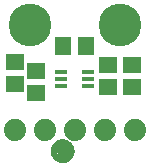
<source format=gbr>
G04 EAGLE Gerber RS-274X export*
G75*
%MOMM*%
%FSLAX34Y34*%
%LPD*%
%INSoldermask Top*%
%IPPOS*%
%AMOC8*
5,1,8,0,0,1.08239X$1,22.5*%
G01*
%ADD10R,1.101600X0.451600*%
%ADD11R,1.401600X1.601600*%
%ADD12R,1.601600X1.401600*%
%ADD13C,1.101600*%
%ADD14C,0.500000*%
%ADD15C,3.617600*%
%ADD16C,1.879600*%


D10*
X52250Y68580D03*
X74750Y68580D03*
X52250Y74580D03*
X52250Y62580D03*
X74750Y62580D03*
X74750Y74580D03*
D11*
X73000Y96520D03*
X54000Y96520D03*
D12*
X91440Y61620D03*
X91440Y80620D03*
X30480Y75540D03*
X30480Y56540D03*
X111760Y80620D03*
X111760Y61620D03*
X12700Y83160D03*
X12700Y64160D03*
D13*
X53340Y7620D03*
D14*
X53340Y15120D02*
X53159Y15118D01*
X52978Y15111D01*
X52797Y15100D01*
X52616Y15085D01*
X52436Y15065D01*
X52256Y15041D01*
X52077Y15013D01*
X51899Y14980D01*
X51722Y14943D01*
X51545Y14902D01*
X51370Y14857D01*
X51195Y14807D01*
X51022Y14753D01*
X50851Y14695D01*
X50680Y14633D01*
X50512Y14566D01*
X50345Y14496D01*
X50179Y14422D01*
X50016Y14343D01*
X49855Y14261D01*
X49695Y14175D01*
X49538Y14085D01*
X49383Y13991D01*
X49230Y13894D01*
X49080Y13792D01*
X48932Y13688D01*
X48786Y13579D01*
X48644Y13468D01*
X48504Y13352D01*
X48367Y13234D01*
X48232Y13112D01*
X48101Y12987D01*
X47973Y12859D01*
X47848Y12728D01*
X47726Y12593D01*
X47608Y12456D01*
X47492Y12316D01*
X47381Y12174D01*
X47272Y12028D01*
X47168Y11880D01*
X47066Y11730D01*
X46969Y11577D01*
X46875Y11422D01*
X46785Y11265D01*
X46699Y11105D01*
X46617Y10944D01*
X46538Y10781D01*
X46464Y10615D01*
X46394Y10448D01*
X46327Y10280D01*
X46265Y10109D01*
X46207Y9938D01*
X46153Y9765D01*
X46103Y9590D01*
X46058Y9415D01*
X46017Y9238D01*
X45980Y9061D01*
X45947Y8883D01*
X45919Y8704D01*
X45895Y8524D01*
X45875Y8344D01*
X45860Y8163D01*
X45849Y7982D01*
X45842Y7801D01*
X45840Y7620D01*
X53340Y15120D02*
X53521Y15118D01*
X53702Y15111D01*
X53883Y15100D01*
X54064Y15085D01*
X54244Y15065D01*
X54424Y15041D01*
X54603Y15013D01*
X54781Y14980D01*
X54958Y14943D01*
X55135Y14902D01*
X55310Y14857D01*
X55485Y14807D01*
X55658Y14753D01*
X55829Y14695D01*
X56000Y14633D01*
X56168Y14566D01*
X56335Y14496D01*
X56501Y14422D01*
X56664Y14343D01*
X56825Y14261D01*
X56985Y14175D01*
X57142Y14085D01*
X57297Y13991D01*
X57450Y13894D01*
X57600Y13792D01*
X57748Y13688D01*
X57894Y13579D01*
X58036Y13468D01*
X58176Y13352D01*
X58313Y13234D01*
X58448Y13112D01*
X58579Y12987D01*
X58707Y12859D01*
X58832Y12728D01*
X58954Y12593D01*
X59072Y12456D01*
X59188Y12316D01*
X59299Y12174D01*
X59408Y12028D01*
X59512Y11880D01*
X59614Y11730D01*
X59711Y11577D01*
X59805Y11422D01*
X59895Y11265D01*
X59981Y11105D01*
X60063Y10944D01*
X60142Y10781D01*
X60216Y10615D01*
X60286Y10448D01*
X60353Y10280D01*
X60415Y10109D01*
X60473Y9938D01*
X60527Y9765D01*
X60577Y9590D01*
X60622Y9415D01*
X60663Y9238D01*
X60700Y9061D01*
X60733Y8883D01*
X60761Y8704D01*
X60785Y8524D01*
X60805Y8344D01*
X60820Y8163D01*
X60831Y7982D01*
X60838Y7801D01*
X60840Y7620D01*
X60838Y7439D01*
X60831Y7258D01*
X60820Y7077D01*
X60805Y6896D01*
X60785Y6716D01*
X60761Y6536D01*
X60733Y6357D01*
X60700Y6179D01*
X60663Y6002D01*
X60622Y5825D01*
X60577Y5650D01*
X60527Y5475D01*
X60473Y5302D01*
X60415Y5131D01*
X60353Y4960D01*
X60286Y4792D01*
X60216Y4625D01*
X60142Y4459D01*
X60063Y4296D01*
X59981Y4135D01*
X59895Y3975D01*
X59805Y3818D01*
X59711Y3663D01*
X59614Y3510D01*
X59512Y3360D01*
X59408Y3212D01*
X59299Y3066D01*
X59188Y2924D01*
X59072Y2784D01*
X58954Y2647D01*
X58832Y2512D01*
X58707Y2381D01*
X58579Y2253D01*
X58448Y2128D01*
X58313Y2006D01*
X58176Y1888D01*
X58036Y1772D01*
X57894Y1661D01*
X57748Y1552D01*
X57600Y1448D01*
X57450Y1346D01*
X57297Y1249D01*
X57142Y1155D01*
X56985Y1065D01*
X56825Y979D01*
X56664Y897D01*
X56501Y818D01*
X56335Y744D01*
X56168Y674D01*
X56000Y607D01*
X55829Y545D01*
X55658Y487D01*
X55485Y433D01*
X55310Y383D01*
X55135Y338D01*
X54958Y297D01*
X54781Y260D01*
X54603Y227D01*
X54424Y199D01*
X54244Y175D01*
X54064Y155D01*
X53883Y140D01*
X53702Y129D01*
X53521Y122D01*
X53340Y120D01*
X53159Y122D01*
X52978Y129D01*
X52797Y140D01*
X52616Y155D01*
X52436Y175D01*
X52256Y199D01*
X52077Y227D01*
X51899Y260D01*
X51722Y297D01*
X51545Y338D01*
X51370Y383D01*
X51195Y433D01*
X51022Y487D01*
X50851Y545D01*
X50680Y607D01*
X50512Y674D01*
X50345Y744D01*
X50179Y818D01*
X50016Y897D01*
X49855Y979D01*
X49695Y1065D01*
X49538Y1155D01*
X49383Y1249D01*
X49230Y1346D01*
X49080Y1448D01*
X48932Y1552D01*
X48786Y1661D01*
X48644Y1772D01*
X48504Y1888D01*
X48367Y2006D01*
X48232Y2128D01*
X48101Y2253D01*
X47973Y2381D01*
X47848Y2512D01*
X47726Y2647D01*
X47608Y2784D01*
X47492Y2924D01*
X47381Y3066D01*
X47272Y3212D01*
X47168Y3360D01*
X47066Y3510D01*
X46969Y3663D01*
X46875Y3818D01*
X46785Y3975D01*
X46699Y4135D01*
X46617Y4296D01*
X46538Y4459D01*
X46464Y4625D01*
X46394Y4792D01*
X46327Y4960D01*
X46265Y5131D01*
X46207Y5302D01*
X46153Y5475D01*
X46103Y5650D01*
X46058Y5825D01*
X46017Y6002D01*
X45980Y6179D01*
X45947Y6357D01*
X45919Y6536D01*
X45895Y6716D01*
X45875Y6896D01*
X45860Y7077D01*
X45849Y7258D01*
X45842Y7439D01*
X45840Y7620D01*
D15*
X25400Y114300D03*
X101600Y114300D03*
D16*
X12700Y25400D03*
X38100Y25400D03*
X63500Y25400D03*
X88900Y25400D03*
X114300Y25400D03*
M02*

</source>
